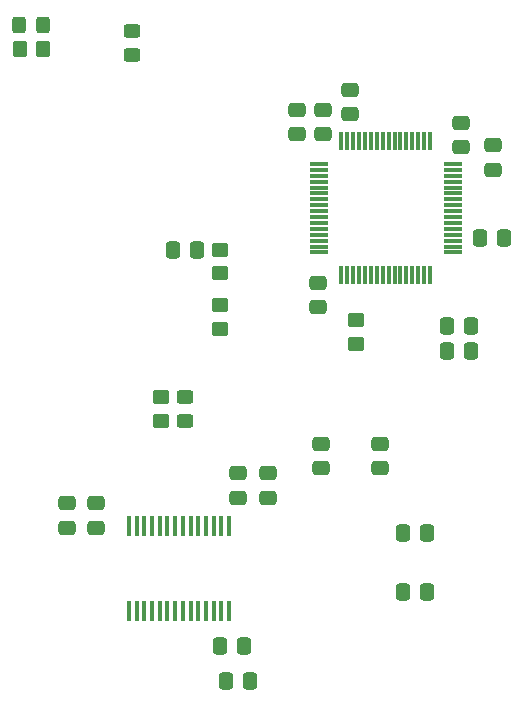
<source format=gtp>
G04 #@! TF.GenerationSoftware,KiCad,Pcbnew,8.0.5*
G04 #@! TF.CreationDate,2025-01-12T20:26:00+01:00*
G04 #@! TF.ProjectId,wolkje-brain,776f6c6b-6a65-42d6-9272-61696e2e6b69,rev?*
G04 #@! TF.SameCoordinates,Original*
G04 #@! TF.FileFunction,Paste,Top*
G04 #@! TF.FilePolarity,Positive*
%FSLAX46Y46*%
G04 Gerber Fmt 4.6, Leading zero omitted, Abs format (unit mm)*
G04 Created by KiCad (PCBNEW 8.0.5) date 2025-01-12 20:26:00*
%MOMM*%
%LPD*%
G01*
G04 APERTURE LIST*
G04 Aperture macros list*
%AMRoundRect*
0 Rectangle with rounded corners*
0 $1 Rounding radius*
0 $2 $3 $4 $5 $6 $7 $8 $9 X,Y pos of 4 corners*
0 Add a 4 corners polygon primitive as box body*
4,1,4,$2,$3,$4,$5,$6,$7,$8,$9,$2,$3,0*
0 Add four circle primitives for the rounded corners*
1,1,$1+$1,$2,$3*
1,1,$1+$1,$4,$5*
1,1,$1+$1,$6,$7*
1,1,$1+$1,$8,$9*
0 Add four rect primitives between the rounded corners*
20,1,$1+$1,$2,$3,$4,$5,0*
20,1,$1+$1,$4,$5,$6,$7,0*
20,1,$1+$1,$6,$7,$8,$9,0*
20,1,$1+$1,$8,$9,$2,$3,0*%
G04 Aperture macros list end*
%ADD10RoundRect,0.250000X-0.475000X0.337500X-0.475000X-0.337500X0.475000X-0.337500X0.475000X0.337500X0*%
%ADD11R,0.450000X1.750000*%
%ADD12RoundRect,0.250000X0.337500X0.475000X-0.337500X0.475000X-0.337500X-0.475000X0.337500X-0.475000X0*%
%ADD13RoundRect,0.250000X-0.337500X-0.475000X0.337500X-0.475000X0.337500X0.475000X-0.337500X0.475000X0*%
%ADD14RoundRect,0.250000X-0.450000X0.350000X-0.450000X-0.350000X0.450000X-0.350000X0.450000X0.350000X0*%
%ADD15RoundRect,0.250000X0.475000X-0.337500X0.475000X0.337500X-0.475000X0.337500X-0.475000X-0.337500X0*%
%ADD16RoundRect,0.250000X0.450000X-0.325000X0.450000X0.325000X-0.450000X0.325000X-0.450000X-0.325000X0*%
%ADD17RoundRect,0.250000X0.450000X-0.350000X0.450000X0.350000X-0.450000X0.350000X-0.450000X-0.350000X0*%
%ADD18RoundRect,0.250000X-0.325000X-0.450000X0.325000X-0.450000X0.325000X0.450000X-0.325000X0.450000X0*%
%ADD19RoundRect,0.075000X0.700000X-0.075000X0.700000X0.075000X-0.700000X0.075000X-0.700000X-0.075000X0*%
%ADD20RoundRect,0.075000X0.075000X-0.700000X0.075000X0.700000X-0.075000X0.700000X-0.075000X-0.700000X0*%
%ADD21RoundRect,0.250000X-0.350000X-0.450000X0.350000X-0.450000X0.350000X0.450000X-0.350000X0.450000X0*%
G04 APERTURE END LIST*
D10*
X82500000Y-89037500D03*
X82500000Y-86962500D03*
X89400000Y-61837500D03*
X89400000Y-59762500D03*
X75500000Y-60737500D03*
X75500000Y-58662500D03*
D11*
X69725000Y-101100000D03*
X69075000Y-101100000D03*
X68425000Y-101100000D03*
X67775000Y-101100000D03*
X67125000Y-101100000D03*
X66475000Y-101100000D03*
X65825000Y-101100000D03*
X65175000Y-101100000D03*
X64525000Y-101100000D03*
X63875000Y-101100000D03*
X63225000Y-101100000D03*
X62575000Y-101100000D03*
X61925000Y-101100000D03*
X61275000Y-101100000D03*
X61275000Y-93900000D03*
X61925000Y-93900000D03*
X62575000Y-93900000D03*
X63225000Y-93900000D03*
X63875000Y-93900000D03*
X64525000Y-93900000D03*
X65175000Y-93900000D03*
X65825000Y-93900000D03*
X66475000Y-93900000D03*
X67125000Y-93900000D03*
X67775000Y-93900000D03*
X68425000Y-93900000D03*
X69075000Y-93900000D03*
X69725000Y-93900000D03*
D12*
X88162500Y-77000000D03*
X90237500Y-77000000D03*
D13*
X86537500Y-99500000D03*
X84462500Y-99500000D03*
D10*
X77700000Y-60737500D03*
X77700000Y-58662500D03*
D14*
X69000000Y-72500000D03*
X69000000Y-70500000D03*
D10*
X70500000Y-91537500D03*
X70500000Y-89462500D03*
D15*
X80000000Y-56962500D03*
X80000000Y-59037500D03*
D12*
X68962500Y-104100000D03*
X71037500Y-104100000D03*
D16*
X66000000Y-82975000D03*
X66000000Y-85025000D03*
D15*
X77300000Y-73300000D03*
X77300000Y-75375000D03*
D10*
X58500000Y-94037500D03*
X58500000Y-91962500D03*
D12*
X90962500Y-69500000D03*
X93037500Y-69500000D03*
D17*
X64000000Y-83000000D03*
X64000000Y-85000000D03*
D18*
X54025000Y-51500000D03*
X51975000Y-51500000D03*
D13*
X67037500Y-70500000D03*
X64962500Y-70500000D03*
D17*
X80500000Y-76500000D03*
X80500000Y-78500000D03*
D12*
X88162500Y-79100000D03*
X90237500Y-79100000D03*
D17*
X69000000Y-75200000D03*
X69000000Y-77200000D03*
D10*
X56000000Y-94037500D03*
X56000000Y-91962500D03*
D15*
X92100000Y-61662500D03*
X92100000Y-63737500D03*
D10*
X77500000Y-89037500D03*
X77500000Y-86962500D03*
D13*
X86537500Y-94500000D03*
X84462500Y-94500000D03*
D10*
X73000000Y-91537500D03*
X73000000Y-89462500D03*
D12*
X69462500Y-107000000D03*
X71537500Y-107000000D03*
D16*
X61500000Y-51975000D03*
X61500000Y-54025000D03*
D19*
X77325000Y-70750000D03*
X77325000Y-70250000D03*
X77325000Y-69750000D03*
X77325000Y-69250000D03*
X77325000Y-68750000D03*
X77325000Y-68250000D03*
X77325000Y-67750000D03*
X77325000Y-67250000D03*
X77325000Y-66750000D03*
X77325000Y-66250000D03*
X77325000Y-65750000D03*
X77325000Y-65250000D03*
X77325000Y-64750000D03*
X77325000Y-64250000D03*
X77325000Y-63750000D03*
X77325000Y-63250000D03*
D20*
X79250000Y-61325000D03*
X79750000Y-61325000D03*
X80250000Y-61325000D03*
X80750000Y-61325000D03*
X81250000Y-61325000D03*
X81750000Y-61325000D03*
X82250000Y-61325000D03*
X82750000Y-61325000D03*
X83250000Y-61325000D03*
X83750000Y-61325000D03*
X84250000Y-61325000D03*
X84750000Y-61325000D03*
X85250000Y-61325000D03*
X85750000Y-61325000D03*
X86250000Y-61325000D03*
X86750000Y-61325000D03*
D19*
X88675000Y-63250000D03*
X88675000Y-63750000D03*
X88675000Y-64250000D03*
X88675000Y-64750000D03*
X88675000Y-65250000D03*
X88675000Y-65750000D03*
X88675000Y-66250000D03*
X88675000Y-66750000D03*
X88675000Y-67250000D03*
X88675000Y-67750000D03*
X88675000Y-68250000D03*
X88675000Y-68750000D03*
X88675000Y-69250000D03*
X88675000Y-69750000D03*
X88675000Y-70250000D03*
X88675000Y-70750000D03*
D20*
X86750000Y-72675000D03*
X86250000Y-72675000D03*
X85750000Y-72675000D03*
X85250000Y-72675000D03*
X84750000Y-72675000D03*
X84250000Y-72675000D03*
X83750000Y-72675000D03*
X83250000Y-72675000D03*
X82750000Y-72675000D03*
X82250000Y-72675000D03*
X81750000Y-72675000D03*
X81250000Y-72675000D03*
X80750000Y-72675000D03*
X80250000Y-72675000D03*
X79750000Y-72675000D03*
X79250000Y-72675000D03*
D21*
X54000000Y-53500000D03*
X52000000Y-53500000D03*
M02*

</source>
